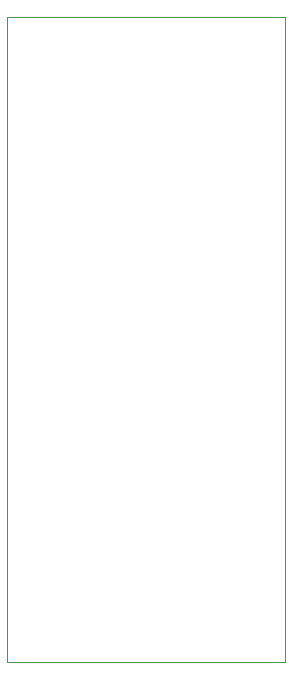
<source format=gbr>
G04 #@! TF.GenerationSoftware,KiCad,Pcbnew,(5.1.2)-2*
G04 #@! TF.CreationDate,2019-07-26T21:10:16-04:00*
G04 #@! TF.ProjectId,CABR_Schematic,43414252-5f53-4636-9865-6d617469632e,rev?*
G04 #@! TF.SameCoordinates,Original*
G04 #@! TF.FileFunction,Profile,NP*
%FSLAX46Y46*%
G04 Gerber Fmt 4.6, Leading zero omitted, Abs format (unit mm)*
G04 Created by KiCad (PCBNEW (5.1.2)-2) date 2019-07-26 21:10:16*
%MOMM*%
%LPD*%
G04 APERTURE LIST*
%ADD10C,0.050000*%
G04 APERTURE END LIST*
D10*
X160655000Y-114300000D02*
X160655000Y-112395000D01*
X137160000Y-114300000D02*
X160655000Y-114300000D01*
X137160000Y-112395000D02*
X137160000Y-114300000D01*
X137160000Y-59690000D02*
X137160000Y-63500000D01*
X160655000Y-59690000D02*
X137160000Y-59690000D01*
X160655000Y-63500000D02*
X160655000Y-59690000D01*
X160655000Y-112395000D02*
X160655000Y-63500000D01*
X137160000Y-63500000D02*
X137160000Y-112395000D01*
M02*

</source>
